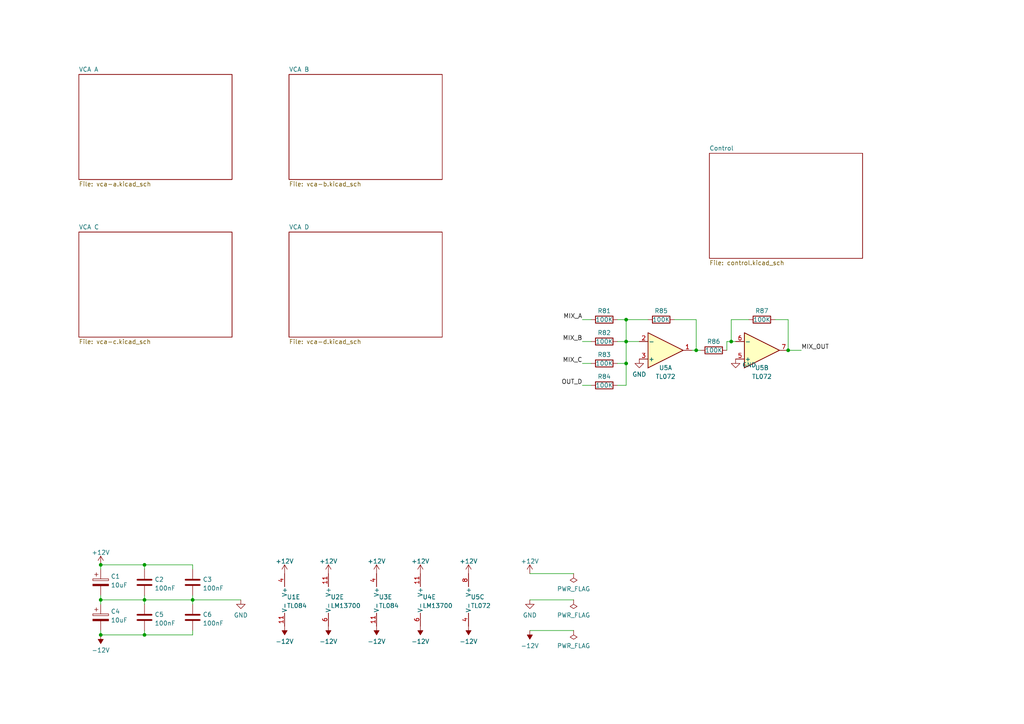
<source format=kicad_sch>
(kicad_sch (version 20211123) (generator eeschema)
  (paper "A4")
  (lib_symbols
    (symbol "Amplifier_Operational:LM13700" (pin_names (offset 0.127))
      (property "Reference" "U" (at 3.81 5.08 0))
      (property "Value" "LM13700" (at 5.08 -5.08 0))
      (symbol "LM13700_1_1"
        (polyline (pts (xy 3.81 -0.635) (xy 3.81 -2.54) (xy 5.08 -2.54)))
        (polyline (pts (xy 5.08 0) (xy -5.08 -5.08) (xy -5.08 5.08) (xy 5.08 0)) (stroke (width 0.254)) (fill (type background)))
        (pin output line (at 7.62 0 180) (length 2.54) (name "~") (number "12"))
        (pin input line (at -7.62 2.54 0) (length 2.54) (name "-") (number "13"))
        (pin input line (at -7.62 -2.54 0) (length 2.54) (name "+") (number "14"))
        (pin input line (at -7.62 0 0) (length 2.54) (name "DIODE_BIAS") (number "15"))
        (pin input line (at 7.62 -2.54 180) (length 2.54) (name "~") (number "16"))
      )
      (symbol "LM13700_2_0"
        (polyline (pts (xy -1.905 2.54) (xy -3.175 2.54)))
      )
      (symbol "LM13700_2_1"
        (circle (center -2.54 1.905) (radius 0.254) (stroke (width 0.254)) (fill (type outline)))
        (polyline (pts (xy -3.81 -0.635) (xy -2.54 -1.27)))
        (polyline (pts (xy -3.81 1.27) (xy -3.81 -1.27)))
        (polyline (pts (xy -2.54 -1.905) (xy -1.27 -2.54)))
        (polyline (pts (xy -2.54 0) (xy -2.54 -2.54)))
        (polyline (pts (xy -3.81 0.635) (xy -2.54 1.27) (xy -2.54 1.905) (xy -2.54 2.54)))
        (polyline (pts (xy -2.54 -1.27) (xy -3.175 -0.635) (xy -3.175 -1.27) (xy -2.54 -1.27)) (fill (type outline)))
        (polyline (pts (xy -2.54 -0.635) (xy -1.27 0) (xy -1.27 1.905) (xy -2.54 1.905)))
        (polyline (pts (xy -1.27 -2.54) (xy -1.905 -1.905) (xy -1.905 -2.54) (xy -1.27 -2.54)) (fill (type outline)))
        (text "V+" (at -2.54 3.81 0) (effects (font (size 1.27 1.27))))
        (pin input line (at -7.62 0 0) (length 3.81) (name "~") (number "10"))
        (pin output line (at 2.54 -2.54 180) (length 3.81) (name "~") (number "9"))
      )
      (symbol "LM13700_3_1"
        (polyline (pts (xy 3.81 -0.635) (xy 3.81 -2.54) (xy 5.08 -2.54)))
        (polyline (pts (xy 5.08 0) (xy -5.08 -5.08) (xy -5.08 5.08) (xy 5.08 0)) (stroke (width 0.254)) (fill (type background)))
        (pin input line (at 7.62 -2.54 180) (length 2.54) (name "~") (number "1"))
        (pin input line (at -7.62 0 0) (length 2.54) (name "DIODE_BIAS") (number "2"))
        (pin input line (at -7.62 -2.54 0) (length 2.54) (name "+") (number "3"))
        (pin input line (at -7.62 2.54 0) (length 2.54) (name "-") (number "4"))
        (pin output line (at 7.62 0 180) (length 2.54) (name "~") (number "5"))
      )
      (symbol "LM13700_4_0"
        (polyline (pts (xy -3.175 2.54) (xy -1.905 2.54)))
        (text "V+" (at -2.54 3.81 0) (effects (font (size 1.27 1.27))))
      )
      (symbol "LM13700_4_1"
        (circle (center -2.54 1.905) (radius 0.254) (stroke (width 0.254)) (fill (type outline)))
        (polyline (pts (xy -3.81 -0.635) (xy -2.54 -1.27)))
        (polyline (pts (xy -3.81 1.27) (xy -3.81 -1.27)))
        (polyline (pts (xy -2.54 -1.905) (xy -1.27 -2.54)))
        (polyline (pts (xy -2.54 0) (xy -2.54 -2.54)))
        (polyline (pts (xy -3.81 0.635) (xy -2.54 1.27) (xy -2.54 2.54)))
        (polyline (pts (xy -2.54 -1.27) (xy -3.175 -0.635) (xy -3.175 -1.27) (xy -2.54 -1.27)) (fill (type outline)))
        (polyline (pts (xy -2.54 -0.635) (xy -1.27 0) (xy -1.27 1.905) (xy -2.54 1.905)))
        (polyline (pts (xy -1.27 -2.54) (xy -1.905 -1.905) (xy -1.905 -2.54) (xy -1.27 -2.54)) (fill (type outline)))
        (pin input line (at -7.62 0 0) (length 3.81) (name "~") (number "7"))
        (pin output line (at 2.54 -2.54 180) (length 3.81) (name "~") (number "8"))
      )
      (symbol "LM13700_5_1"
        (pin power_in line (at -2.54 7.62 270) (length 3.81) (name "V+") (number "11"))
        (pin power_in line (at -2.54 -7.62 90) (length 3.81) (name "V-") (number "6"))
      )
    )
    (symbol "Amplifier_Operational:TL072" (pin_names (offset 0.127))
      (property "Reference" "U" (at 0 5.08 0))
      (property "Value" "TL072" (at 0 -5.08 0))
      (symbol "TL072_1_1"
        (polyline (pts (xy -5.08 5.08) (xy 5.08 0) (xy -5.08 -5.08) (xy -5.08 5.08)) (stroke (width 0.254)) (fill (type background)))
        (pin output line (at 7.62 0 180) (length 2.54) (name "~") (number "1"))
        (pin input line (at -7.62 -2.54 0) (length 2.54) (name "-") (number "2"))
        (pin input line (at -7.62 2.54 0) (length 2.54) (name "+") (number "3"))
      )
      (symbol "TL072_2_1"
        (polyline (pts (xy -5.08 5.08) (xy 5.08 0) (xy -5.08 -5.08) (xy -5.08 5.08)) (stroke (width 0.254)) (fill (type background)))
        (pin input line (at -7.62 2.54 0) (length 2.54) (name "+") (number "5"))
        (pin input line (at -7.62 -2.54 0) (length 2.54) (name "-") (number "6"))
        (pin output line (at 7.62 0 180) (length 2.54) (name "~") (number "7"))
      )
      (symbol "TL072_3_1"
        (pin power_in line (at -2.54 -7.62 90) (length 3.81) (name "V-") (number "4"))
        (pin power_in line (at -2.54 7.62 270) (length 3.81) (name "V+") (number "8"))
      )
    )
    (symbol "Amplifier_Operational:TL084" (pin_names (offset 0.127))
      (property "Reference" "U" (at 0 5.08 0))
      (property "Value" "TL084" (at 0 -5.08 0))
      (symbol "TL084_1_1"
        (polyline (pts (xy -5.08 5.08) (xy 5.08 0) (xy -5.08 -5.08) (xy -5.08 5.08)) (stroke (width 0.254)) (fill (type background)))
        (pin output line (at 7.62 0 180) (length 2.54) (name "~") (number "1"))
        (pin input line (at -7.62 -2.54 0) (length 2.54) (name "-") (number "2"))
        (pin input line (at -7.62 2.54 0) (length 2.54) (name "+") (number "3"))
      )
      (symbol "TL084_2_1"
        (polyline (pts (xy -5.08 5.08) (xy 5.08 0) (xy -5.08 -5.08) (xy -5.08 5.08)) (stroke (width 0.254)) (fill (type background)))
        (pin input line (at -7.62 2.54 0) (length 2.54) (name "+") (number "5"))
        (pin input line (at -7.62 -2.54 0) (length 2.54) (name "-") (number "6"))
        (pin output line (at 7.62 0 180) (length 2.54) (name "~") (number "7"))
      )
      (symbol "TL084_3_1"
        (polyline (pts (xy -5.08 5.08) (xy 5.08 0) (xy -5.08 -5.08) (xy -5.08 5.08)) (stroke (width 0.254)) (fill (type background)))
        (pin input line (at -7.62 2.54 0) (length 2.54) (name "+") (number "10"))
        (pin output line (at 7.62 0 180) (length 2.54) (name "~") (number "8"))
        (pin input line (at -7.62 -2.54 0) (length 2.54) (name "-") (number "9"))
      )
      (symbol "TL084_4_1"
        (polyline (pts (xy -5.08 5.08) (xy 5.08 0) (xy -5.08 -5.08) (xy -5.08 5.08)) (stroke (width 0.254)) (fill (type background)))
        (pin input line (at -7.62 2.54 0) (length 2.54) (name "+") (number "12"))
        (pin input line (at -7.62 -2.54 0) (length 2.54) (name "-") (number "13"))
        (pin output line (at 7.62 0 180) (length 2.54) (name "~") (number "14"))
      )
      (symbol "TL084_5_1"
        (pin power_in line (at -2.54 -7.62 90) (length 3.81) (name "V-") (number "11"))
        (pin power_in line (at -2.54 7.62 270) (length 3.81) (name "V+") (number "4"))
      )
    )
    (symbol "Device:C" (pin_numbers hide) (pin_names (offset 0.254))
      (property "Reference" "C" (at 0.635 2.54 0))
      (property "Value" "C" (at 0.635 -2.54 0))
      (symbol "C_0_1"
        (polyline (pts (xy -2.032 -0.762) (xy 2.032 -0.762)) (stroke (width 0.508)))
        (polyline (pts (xy -2.032 0.762) (xy 2.032 0.762)) (stroke (width 0.508)))
      )
      (symbol "C_1_1"
        (pin passive line (at 0 3.81 270) (length 2.794) (name "~") (number "1"))
        (pin passive line (at 0 -3.81 90) (length 2.794) (name "~") (number "2"))
      )
    )
    (symbol "Device:C_Polarized" (pin_numbers hide) (pin_names (offset 0.254))
      (property "Reference" "C" (at 0.635 2.54 0))
      (property "Value" "C_Polarized" (at 0.635 -2.54 0))
      (symbol "C_Polarized_0_1"
        (rectangle (start -2.286 0.508) (end 2.286 1.016))
        (polyline (pts (xy -1.778 2.286) (xy -0.762 2.286)))
        (polyline (pts (xy -1.27 2.794) (xy -1.27 1.778)))
        (rectangle (start 2.286 -0.508) (end -2.286 -1.016) (fill (type outline)))
      )
      (symbol "C_Polarized_1_1"
        (pin passive line (at 0 3.81 270) (length 2.794) (name "~") (number "1"))
        (pin passive line (at 0 -3.81 90) (length 2.794) (name "~") (number "2"))
      )
    )
    (symbol "Device:R" (pin_numbers hide) (pin_names (offset 0))
      (property "Reference" "R" (at 2.032 0 90))
      (property "Value" "R" (at 0 0 90))
      (symbol "R_0_1"
        (rectangle (start -1.016 -2.54) (end 1.016 2.54) (stroke (width 0.254)))
      )
      (symbol "R_1_1"
        (pin passive line (at 0 3.81 270) (length 1.27) (name "~") (number "1"))
        (pin passive line (at 0 -3.81 90) (length 1.27) (name "~") (number "2"))
      )
    )
    (symbol "power:+12V" (power) (pin_names (offset 0))
      (property "Value" "+12V" (at 0 3.556 0))
      (symbol "+12V_0_1"
        (polyline (pts (xy -0.762 1.27) (xy 0 2.54)))
        (polyline (pts (xy 0 0) (xy 0 2.54)))
        (polyline (pts (xy 0 2.54) (xy 0.762 1.27)))
      )
      (symbol "+12V_1_1"
        (pin power_in line (at 0 0 90) (length 0) hide (name "+12V") (number "1"))
      )
    )
    (symbol "power:-12V" (power) (pin_names (offset 0))
      (property "Value" "-12V" (at 0 3.81 0))
      (symbol "-12V_0_0"
        (pin power_in line (at 0 0 90) (length 0) hide (name "-12V") (number "1"))
      )
      (symbol "-12V_0_1"
        (polyline (pts (xy 0 0) (xy 0 1.27) (xy 0.762 1.27) (xy 0 2.54) (xy -0.762 1.27) (xy 0 1.27)) (fill (type outline)))
      )
    )
    (symbol "power:GND" (power) (pin_names (offset 0))
      (property "Value" "GND" (at 0 -3.81 0))
      (symbol "GND_0_1"
        (polyline (pts (xy 0 0) (xy 0 -1.27) (xy 1.27 -1.27) (xy 0 -2.54) (xy -1.27 -1.27) (xy 0 -1.27)))
      )
      (symbol "GND_1_1"
        (pin power_in line (at 0 0 270) (length 0) hide (name "GND") (number "1"))
      )
    )
    (symbol "power:PWR_FLAG" (power) (pin_numbers hide) (pin_names (offset 0) hide)
      (property "Value" "PWR_FLAG" (at 0 3.81 0))
      (symbol "PWR_FLAG_0_0"
        (pin power_out line (at 0 0 90) (length 0) (name "pwr") (number "1"))
      )
      (symbol "PWR_FLAG_0_1"
        (polyline (pts (xy 0 0) (xy 0 1.27) (xy -1.016 1.905) (xy 0 2.54) (xy 1.016 1.905) (xy 0 1.27)))
      )
    )
  )
  (junction (at 55.88 173.99))
  (junction (at 41.91 184.15))
  (junction (at 29.21 173.99))
  (junction (at 212.09 99.06))
  (junction (at 201.93 101.6))
  (junction (at 181.61 92.71))
  (junction (at 29.21 184.15))
  (junction (at 41.91 163.83))
  (junction (at 181.61 99.06))
  (junction (at 41.91 173.99))
  (junction (at 181.61 105.41))
  (junction (at 228.6 101.6))
  (junction (at 29.21 163.83))
  (wire (pts (xy 201.93 101.6) (xy 200.66 101.6)))
  (wire (pts (xy 181.61 92.71) (xy 181.61 99.06)))
  (wire (pts (xy 181.61 99.06) (xy 181.61 105.41)))
  (wire (pts (xy 29.21 173.99) (xy 41.91 173.99)))
  (wire (pts (xy 212.09 99.06) (xy 213.36 99.06)))
  (wire (pts (xy 55.88 172.72) (xy 55.88 173.99)))
  (wire (pts (xy 181.61 99.06) (xy 185.42 99.06)))
  (wire (pts (xy 41.91 184.15) (xy 55.88 184.15)))
  (wire (pts (xy 168.91 111.76) (xy 171.45 111.76)))
  (wire (pts (xy 212.09 99.06) (xy 212.09 92.71)))
  (wire (pts (xy 29.21 163.83) (xy 29.21 165.1)))
  (wire (pts (xy 29.21 173.99) (xy 29.21 175.26)))
  (wire (pts (xy 153.67 173.99) (xy 166.37 173.99)))
  (wire (pts (xy 55.88 184.15) (xy 55.88 182.88)))
  (wire (pts (xy 179.07 99.06) (xy 181.61 99.06)))
  (wire (pts (xy 201.93 92.71) (xy 201.93 101.6)))
  (wire (pts (xy 168.91 92.71) (xy 171.45 92.71)))
  (wire (pts (xy 195.58 92.71) (xy 201.93 92.71)))
  (wire (pts (xy 201.93 101.6) (xy 203.2 101.6)))
  (wire (pts (xy 153.67 182.88) (xy 166.37 182.88)))
  (wire (pts (xy 181.61 105.41) (xy 181.61 111.76)))
  (wire (pts (xy 181.61 105.41) (xy 179.07 105.41)))
  (wire (pts (xy 181.61 111.76) (xy 179.07 111.76)))
  (wire (pts (xy 210.82 99.06) (xy 212.09 99.06)))
  (wire (pts (xy 55.88 173.99) (xy 55.88 175.26)))
  (wire (pts (xy 41.91 173.99) (xy 55.88 173.99)))
  (wire (pts (xy 210.82 99.06) (xy 210.82 101.6)))
  (wire (pts (xy 168.91 105.41) (xy 171.45 105.41)))
  (wire (pts (xy 168.91 99.06) (xy 171.45 99.06)))
  (wire (pts (xy 29.21 184.15) (xy 41.91 184.15)))
  (wire (pts (xy 228.6 92.71) (xy 228.6 101.6)))
  (wire (pts (xy 41.91 172.72) (xy 41.91 173.99)))
  (wire (pts (xy 29.21 172.72) (xy 29.21 173.99)))
  (wire (pts (xy 55.88 173.99) (xy 69.85 173.99)))
  (wire (pts (xy 41.91 165.1) (xy 41.91 163.83)))
  (wire (pts (xy 181.61 92.71) (xy 187.96 92.71)))
  (wire (pts (xy 228.6 101.6) (xy 232.41 101.6)))
  (wire (pts (xy 224.79 92.71) (xy 228.6 92.71)))
  (wire (pts (xy 41.91 173.99) (xy 41.91 175.26)))
  (wire (pts (xy 29.21 163.83) (xy 41.91 163.83)))
  (wire (pts (xy 212.09 92.71) (xy 217.17 92.71)))
  (wire (pts (xy 55.88 163.83) (xy 55.88 165.1)))
  (wire (pts (xy 41.91 163.83) (xy 55.88 163.83)))
  (wire (pts (xy 29.21 182.88) (xy 29.21 184.15)))
  (wire (pts (xy 181.61 92.71) (xy 179.07 92.71)))
  (wire (pts (xy 41.91 182.88) (xy 41.91 184.15)))
  (wire (pts (xy 153.67 166.37) (xy 166.37 166.37)))
  (label "MIX_C" (at 168.91 105.41 180))
  (label "MIX_B" (at 168.91 99.06 180))
  (label "OUT_D" (at 168.91 111.76 180))
  (label "MIX_OUT" (at 232.41 101.6 0))
  (label "MIX_A" (at 168.91 92.71 180))
  (symbol (lib_id "Amplifier_Operational:TL084") (at 85.09 173.99 0) (unit 5)
    (property "Reference" "U1" (at 83.185 173.1553 0) (effects (justify left)))
    (property "Value" "TL084" (at 83.185 175.6922 0) (effects (justify left)))
    (property "Datasheet" "http://www.ti.com/lit/ds/symlink/tl081.pdf" (effects hide))
  )
  (symbol (lib_id "power:-12V") (at 82.55 181.61 180) (unit 1)
    (property "Reference" "#PWR0105" (effects hide))
    (property "Value" "-12V" (at 82.55 186.0534 0))
  )
  (symbol (lib_id "Device:C") (at 55.88 179.07 0) (unit 1)
    (property "Reference" "C6" (at 58.801 178.2353 0) (effects (justify left)))
    (property "Value" "100nF" (at 58.801 180.7722 0) (effects (justify left)))
  )
  (symbol (lib_id "power:-12V") (at 29.21 184.15 180) (unit 1)
    (property "Reference" "#PWR0107" (effects hide))
    (property "Value" "-12V" (at 29.21 188.5934 0))
  )
  (symbol (lib_id "power:+12V") (at 135.89 166.37 0) (unit 1)
    (property "Reference" "#PWR01" (effects hide))
    (property "Value" "+12V" (at 135.89 162.7942 0))
  )
  (symbol (lib_id "power:-12V") (at 135.89 181.61 180) (unit 1)
    (property "Reference" "#PWR02" (effects hide))
    (property "Value" "-12V" (at 135.89 186.0534 0))
  )
  (symbol (lib_id "Device:R") (at 175.26 105.41 90) (mirror x) (unit 1)
    (property "Reference" "R83" (at 175.26 102.87 90))
    (property "Value" "100K" (at 175.26 105.41 90))
  )
  (symbol (lib_id "Device:R") (at 191.77 92.71 90) (mirror x) (unit 1)
    (property "Reference" "R85" (at 191.77 90.17 90))
    (property "Value" "100K" (at 191.77 92.71 90))
  )
  (symbol (lib_id "Device:C") (at 41.91 179.07 0) (unit 1)
    (property "Reference" "C5" (at 44.831 178.2353 0) (effects (justify left)))
    (property "Value" "100nF" (at 44.831 180.7722 0) (effects (justify left)))
  )
  (symbol (lib_id "Amplifier_Operational:LM13700") (at 92.71 173.99 0) (mirror y) (unit 5)
    (property "Reference" "U2" (at 95.885 173.1553 0) (effects (justify right)))
    (property "Value" "LM13700" (at 95.885 175.6922 0) (effects (justify right)))
    (property "Datasheet" "http://www.ti.com/lit/ds/symlink/lm13700.pdf" (effects hide))
  )
  (symbol (lib_id "power:GND") (at 213.36 104.14 0) (mirror y) (unit 1)
    (property "Reference" "#PWR04" (effects hide))
    (property "Value" "~" (at 215.265 105.8438 0) (effects (justify right)))
  )
  (symbol (lib_id "Amplifier_Operational:TL072") (at 220.98 101.6 0) (mirror x) (unit 2)
    (property "Reference" "U5" (at 220.98 106.68 0))
    (property "Value" "TL072" (at 220.98 109.22 0))
    (property "Datasheet" "http://www.ti.com/lit/ds/symlink/tl071.pdf" (effects hide))
  )
  (symbol (lib_id "power:+12V") (at 95.25 166.37 0) (unit 1)
    (property "Reference" "#PWR0103" (effects hide))
    (property "Value" "+12V" (at 95.25 162.7942 0))
  )
  (symbol (lib_id "power:-12V") (at 153.67 182.88 180) (unit 1)
    (property "Reference" "#PWR0145" (effects hide))
    (property "Value" "-12V" (at 153.67 187.3234 0))
  )
  (symbol (lib_id "power:+12V") (at 153.67 166.37 0) (unit 1)
    (property "Reference" "#PWR0144" (effects hide))
    (property "Value" "+12V" (at 153.67 162.7942 0))
  )
  (symbol (lib_id "Device:C") (at 41.91 168.91 0) (unit 1)
    (property "Reference" "C2" (at 44.831 168.0753 0) (effects (justify left)))
    (property "Value" "100nF" (at 44.831 170.6122 0) (effects (justify left)))
  )
  (symbol (lib_id "Device:R") (at 175.26 111.76 90) (mirror x) (unit 1)
    (property "Reference" "R84" (at 175.26 109.22 90))
    (property "Value" "100K" (at 175.26 111.76 90))
  )
  (symbol (lib_id "Amplifier_Operational:TL072") (at 138.43 173.99 0) (unit 3)
    (property "Reference" "U5" (at 136.525 173.1553 0) (effects (justify left)))
    (property "Value" "TL072" (at 136.525 175.6922 0) (effects (justify left)))
    (property "Datasheet" "http://www.ti.com/lit/ds/symlink/tl071.pdf" (effects hide))
  )
  (symbol (lib_id "power:PWR_FLAG") (at 166.37 166.37 180) (unit 1)
    (property "Reference" "#FLG0103" (effects hide))
    (property "Value" "PWR_FLAG" (at 166.37 170.8134 0))
  )
  (symbol (lib_id "power:+12V") (at 29.21 163.83 0) (unit 1)
    (property "Reference" "#PWR0101" (effects hide))
    (property "Value" "+12V" (at 29.21 160.2542 0))
  )
  (symbol (lib_id "Device:C_Polarized") (at 29.21 179.07 0) (unit 1)
    (property "Reference" "C4" (at 32.131 177.3463 0) (effects (justify left)))
    (property "Value" "10uF" (at 32.131 179.8832 0) (effects (justify left)))
  )
  (symbol (lib_id "Amplifier_Operational:TL084") (at 111.76 173.99 0) (unit 5)
    (property "Reference" "U3" (at 109.855 173.1553 0) (effects (justify left)))
    (property "Value" "TL084" (at 109.855 175.6922 0) (effects (justify left)))
    (property "Datasheet" "http://www.ti.com/lit/ds/symlink/tl081.pdf" (effects hide))
  )
  (symbol (lib_id "Device:C") (at 55.88 168.91 0) (unit 1)
    (property "Reference" "C3" (at 58.801 168.0753 0) (effects (justify left)))
    (property "Value" "100nF" (at 58.801 170.6122 0) (effects (justify left)))
  )
  (symbol (lib_id "power:-12V") (at 95.25 181.61 180) (unit 1)
    (property "Reference" "#PWR0104" (effects hide))
    (property "Value" "-12V" (at 95.25 186.0534 0))
  )
  (symbol (lib_id "power:-12V") (at 121.92 181.61 180) (unit 1)
    (property "Reference" "#PWR0152" (effects hide))
    (property "Value" "-12V" (at 121.92 186.0534 0))
  )
  (symbol (lib_id "Device:R") (at 175.26 99.06 90) (mirror x) (unit 1)
    (property "Reference" "R82" (at 175.26 96.52 90))
    (property "Value" "100K" (at 175.26 99.06 90))
  )
  (symbol (lib_id "power:+12V") (at 82.55 166.37 0) (unit 1)
    (property "Reference" "#PWR0106" (effects hide))
    (property "Value" "+12V" (at 82.55 162.7942 0))
  )
  (symbol (lib_id "Device:R") (at 207.01 101.6 90) (unit 1)
    (property "Reference" "R86" (at 207.01 99.06 90))
    (property "Value" "100K" (at 207.01 101.6 90))
  )
  (symbol (lib_id "power:+12V") (at 109.22 166.37 0) (unit 1)
    (property "Reference" "#PWR0151" (effects hide))
    (property "Value" "+12V" (at 109.22 162.7942 0))
  )
  (symbol (lib_id "Amplifier_Operational:LM13700") (at 119.38 173.99 0) (mirror y) (unit 5)
    (property "Reference" "U4" (at 122.555 173.1553 0) (effects (justify right)))
    (property "Value" "LM13700" (at 122.555 175.6922 0) (effects (justify right)))
    (property "Datasheet" "http://www.ti.com/lit/ds/symlink/lm13700.pdf" (effects hide))
  )
  (symbol (lib_id "Amplifier_Operational:TL072") (at 193.04 101.6 0) (mirror x) (unit 1)
    (property "Reference" "U5" (at 193.04 106.68 0))
    (property "Value" "TL072" (at 193.04 109.22 0))
    (property "Datasheet" "http://www.ti.com/lit/ds/symlink/tl071.pdf" (effects hide))
  )
  (symbol (lib_id "Device:R") (at 175.26 92.71 90) (mirror x) (unit 1)
    (property "Reference" "R81" (at 175.26 90.17 90))
    (property "Value" "100K" (at 175.26 92.71 90))
  )
  (symbol (lib_id "power:-12V") (at 109.22 181.61 180) (unit 1)
    (property "Reference" "#PWR0149" (effects hide))
    (property "Value" "-12V" (at 109.22 186.0534 0))
  )
  (symbol (lib_id "power:GND") (at 153.67 173.99 0) (unit 1)
    (property "Reference" "#PWR0146" (effects hide))
    (property "Value" "GND" (at 153.67 178.4334 0))
  )
  (symbol (lib_id "Device:C_Polarized") (at 29.21 168.91 0) (unit 1)
    (property "Reference" "C1" (at 32.131 167.1863 0) (effects (justify left)))
    (property "Value" "10uF" (at 32.131 169.7232 0) (effects (justify left)))
  )
  (symbol (lib_id "power:GND") (at 185.42 104.14 0) (mirror y) (unit 1)
    (property "Reference" "#PWR03" (effects hide))
    (property "Value" "~" (at 185.42 108.5834 0))
  )
  (symbol (lib_id "power:GND") (at 69.85 173.99 0) (unit 1)
    (property "Reference" "#PWR0102" (effects hide))
    (property "Value" "GND" (at 69.85 178.4334 0))
  )
  (symbol (lib_id "Device:R") (at 220.98 92.71 90) (mirror x) (unit 1)
    (property "Reference" "R87" (at 220.98 90.17 90))
    (property "Value" "100K" (at 220.98 92.71 90))
  )
  (symbol (lib_id "power:PWR_FLAG") (at 166.37 173.99 180) (unit 1)
    (property "Reference" "#FLG0102" (effects hide))
    (property "Value" "PWR_FLAG" (at 166.37 178.4334 0))
  )
  (symbol (lib_id "power:PWR_FLAG") (at 166.37 182.88 180) (unit 1)
    (property "Reference" "#FLG0101" (effects hide))
    (property "Value" "PWR_FLAG" (at 166.37 187.3234 0))
  )
  (symbol (lib_id "power:+12V") (at 121.92 166.37 0) (unit 1)
    (property "Reference" "#PWR0150" (effects hide))
    (property "Value" "+12V" (at 121.92 162.7942 0))
  )
  (sheet (at 205.74 44.45) (size 44.45 30.48) (stroke (width 0.1524))
    (property "Sheet name" "Control" (at 205.74 43.7384 0) (effects (justify left bottom)))
    (property "Sheet file" "control.kicad_sch" (at 205.74 75.5146 0) (effects (justify left top)))
  )
  (sheet (at 22.86 21.59) (size 44.45 30.48) (stroke (width 0.1524))
    (property "Sheet name" "VCA A" (at 22.86 20.8784 0) (effects (justify left bottom)))
    (property "Sheet file" "vca-a.kicad_sch" (at 22.86 52.6546 0) (effects (justify left top)))
  )
  (sheet (at 83.82 21.59) (size 44.45 30.48) (stroke (width 0.1524))
    (property "Sheet name" "VCA B" (at 83.82 20.8784 0) (effects (justify left bottom)))
    (property "Sheet file" "vca-b.kicad_sch" (at 83.82 52.6546 0) (effects (justify left top)))
  )
  (sheet (at 83.82 67.31) (size 44.45 30.48) (stroke (width 0.1524))
    (property "Sheet name" "VCA D" (at 83.82 66.5984 0) (effects (justify left bottom)))
    (property "Sheet file" "vca-d.kicad_sch" (at 83.82 98.3746 0) (effects (justify left top)))
  )
  (sheet (at 22.86 67.31) (size 44.45 30.48) (stroke (width 0.1524))
    (property "Sheet name" "VCA C" (at 22.86 66.5984 0) (effects (justify left bottom)))
    (property "Sheet file" "vca-c.kicad_sch" (at 22.86 98.3746 0) (effects (justify left top)))
  )
)
</source>
